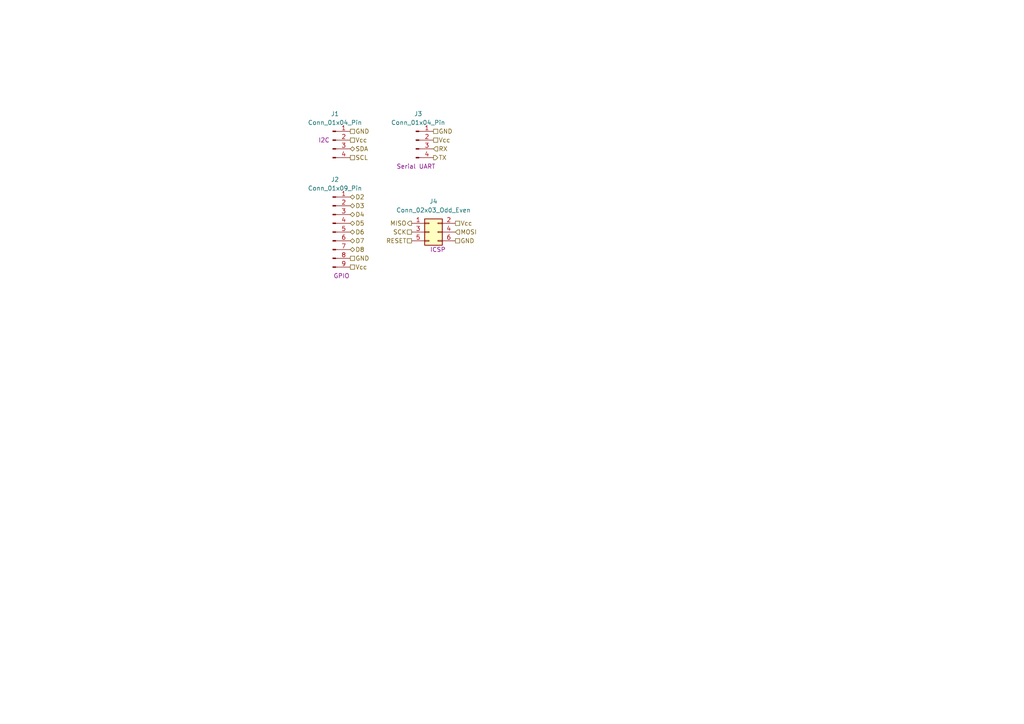
<source format=kicad_sch>
(kicad_sch (version 20250114) (generator "eeschema") (generator_version "9.0")
  (paper "A4")
  (lib_symbols
    (symbol "Connector:Conn_01x04_Pin" (pin_names (offset 1.016) (hide yes))
      (property "Reference" "J" (at 0 5.08 0))
      (property "Value" "Conn_01x04_Pin" (at 0 -7.62 0))
      (symbol "Conn_01x04_Pin_1_1"
        (rectangle (start 0.8636 2.667) (end 0 2.413) (stroke (width 0.1524)) (fill (type outline)))
        (rectangle (start 0.8636 0.127) (end 0 -0.127) (stroke (width 0.1524)) (fill (type outline)))
        (rectangle (start 0.8636 -2.413) (end 0 -2.667) (stroke (width 0.1524)) (fill (type outline)))
        (rectangle (start 0.8636 -4.953) (end 0 -5.207) (stroke (width 0.1524)) (fill (type outline)))
        (polyline (pts (xy 1.27 2.54) (xy 0.8636 2.54)) (stroke (width 0.1524)))
        (polyline (pts (xy 1.27 0) (xy 0.8636 0)) (stroke (width 0.1524)))
        (polyline (pts (xy 1.27 -2.54) (xy 0.8636 -2.54)) (stroke (width 0.1524)))
        (polyline (pts (xy 1.27 -5.08) (xy 0.8636 -5.08)) (stroke (width 0.1524)))
        (pin passive line (at 5.08 2.54 180) (length 3.81) (name "Pin_1") (number "1"))
        (pin passive line (at 5.08 0 180) (length 3.81) (name "Pin_2") (number "2"))
        (pin passive line (at 5.08 -2.54 180) (length 3.81) (name "Pin_3") (number "3"))
        (pin passive line (at 5.08 -5.08 180) (length 3.81) (name "Pin_4") (number "4"))
      )
    )
    (symbol "Connector:Conn_01x09_Pin" (pin_names (offset 1.016) (hide yes))
      (property "Reference" "J" (at 0 12.7 0))
      (property "Value" "Conn_01x09_Pin" (at 0 -12.7 0))
      (symbol "Conn_01x09_Pin_1_1"
        (rectangle (start 0.8636 10.287) (end 0 10.033) (stroke (width 0.1524)) (fill (type outline)))
        (rectangle (start 0.8636 7.747) (end 0 7.493) (stroke (width 0.1524)) (fill (type outline)))
        (rectangle (start 0.8636 5.207) (end 0 4.953) (stroke (width 0.1524)) (fill (type outline)))
        (rectangle (start 0.8636 2.667) (end 0 2.413) (stroke (width 0.1524)) (fill (type outline)))
        (rectangle (start 0.8636 0.127) (end 0 -0.127) (stroke (width 0.1524)) (fill (type outline)))
        (rectangle (start 0.8636 -2.413) (end 0 -2.667) (stroke (width 0.1524)) (fill (type outline)))
        (rectangle (start 0.8636 -4.953) (end 0 -5.207) (stroke (width 0.1524)) (fill (type outline)))
        (rectangle (start 0.8636 -7.493) (end 0 -7.747) (stroke (width 0.1524)) (fill (type outline)))
        (rectangle (start 0.8636 -10.033) (end 0 -10.287) (stroke (width 0.1524)) (fill (type outline)))
        (polyline (pts (xy 1.27 10.16) (xy 0.8636 10.16)) (stroke (width 0.1524)))
        (polyline (pts (xy 1.27 7.62) (xy 0.8636 7.62)) (stroke (width 0.1524)))
        (polyline (pts (xy 1.27 5.08) (xy 0.8636 5.08)) (stroke (width 0.1524)))
        (polyline (pts (xy 1.27 2.54) (xy 0.8636 2.54)) (stroke (width 0.1524)))
        (polyline (pts (xy 1.27 0) (xy 0.8636 0)) (stroke (width 0.1524)))
        (polyline (pts (xy 1.27 -2.54) (xy 0.8636 -2.54)) (stroke (width 0.1524)))
        (polyline (pts (xy 1.27 -5.08) (xy 0.8636 -5.08)) (stroke (width 0.1524)))
        (polyline (pts (xy 1.27 -7.62) (xy 0.8636 -7.62)) (stroke (width 0.1524)))
        (polyline (pts (xy 1.27 -10.16) (xy 0.8636 -10.16)) (stroke (width 0.1524)))
        (pin passive line (at 5.08 10.16 180) (length 3.81) (name "Pin_1") (number "1"))
        (pin passive line (at 5.08 7.62 180) (length 3.81) (name "Pin_2") (number "2"))
        (pin passive line (at 5.08 5.08 180) (length 3.81) (name "Pin_3") (number "3"))
        (pin passive line (at 5.08 2.54 180) (length 3.81) (name "Pin_4") (number "4"))
        (pin passive line (at 5.08 0 180) (length 3.81) (name "Pin_5") (number "5"))
        (pin passive line (at 5.08 -2.54 180) (length 3.81) (name "Pin_6") (number "6"))
        (pin passive line (at 5.08 -5.08 180) (length 3.81) (name "Pin_7") (number "7"))
        (pin passive line (at 5.08 -7.62 180) (length 3.81) (name "Pin_8") (number "8"))
        (pin passive line (at 5.08 -10.16 180) (length 3.81) (name "Pin_9") (number "9"))
      )
    )
    (symbol "Connector_Generic:Conn_02x03_Odd_Even" (pin_names (offset 1.016) (hide yes))
      (property "Reference" "J" (at 1.27 5.08 0))
      (property "Value" "Conn_02x03_Odd_Even" (at 1.27 -5.08 0))
      (symbol "Conn_02x03_Odd_Even_1_1"
        (rectangle (start -1.27 3.81) (end 3.81 -3.81) (stroke (width 0.254)) (fill (type background)))
        (rectangle (start -1.27 2.667) (end 0 2.413) (stroke (width 0.1524)))
        (rectangle (start -1.27 0.127) (end 0 -0.127) (stroke (width 0.1524)))
        (rectangle (start -1.27 -2.413) (end 0 -2.667) (stroke (width 0.1524)))
        (rectangle (start 3.81 2.667) (end 2.54 2.413) (stroke (width 0.1524)))
        (rectangle (start 3.81 0.127) (end 2.54 -0.127) (stroke (width 0.1524)))
        (rectangle (start 3.81 -2.413) (end 2.54 -2.667) (stroke (width 0.1524)))
        (pin passive line (at -5.08 2.54 0) (length 3.81) (name "Pin_1") (number "1"))
        (pin passive line (at -5.08 0 0) (length 3.81) (name "Pin_3") (number "3"))
        (pin passive line (at -5.08 -2.54 0) (length 3.81) (name "Pin_5") (number "5"))
        (pin passive line (at 7.62 2.54 180) (length 3.81) (name "Pin_2") (number "2"))
        (pin passive line (at 7.62 0 180) (length 3.81) (name "Pin_4") (number "4"))
        (pin passive line (at 7.62 -2.54 180) (length 3.81) (name "Pin_6") (number "6"))
      )
    )
  )
  (hierarchical_label "D6" (shape bidirectional) (at 101.6 67.31 0))
  (hierarchical_label "GND" (shape passive) (at 101.6 74.93 0))
  (hierarchical_label "SCK" (shape passive) (at 119.38 67.31 180))
  (hierarchical_label "Vcc" (shape passive) (at 132.08 64.77 0))
  (hierarchical_label "RESET" (shape passive) (at 119.38 69.85 180))
  (hierarchical_label "MISO" (shape output) (at 119.38 64.77 180))
  (hierarchical_label "D2" (shape bidirectional) (at 101.6 57.15 0))
  (hierarchical_label "SDA" (shape bidirectional) (at 101.6 43.18 0))
  (hierarchical_label "GND" (shape passive) (at 101.6 38.1 0))
  (hierarchical_label "MOSI" (shape input) (at 132.08 67.31 0))
  (hierarchical_label "D4" (shape bidirectional) (at 101.6 62.23 0))
  (hierarchical_label "TX" (shape output) (at 125.73 45.72 0))
  (hierarchical_label "D7" (shape bidirectional) (at 101.6 69.85 0))
  (hierarchical_label "Vcc" (shape passive) (at 101.6 77.47 0))
  (hierarchical_label "GND" (shape passive) (at 132.08 69.85 0))
  (hierarchical_label "D5" (shape bidirectional) (at 101.6 64.77 0))
  (hierarchical_label "Vcc" (shape passive) (at 125.73 40.64 0))
  (hierarchical_label "D8" (shape bidirectional) (at 101.6 72.39 0))
  (hierarchical_label "Vcc" (shape passive) (at 101.6 40.64 0))
  (hierarchical_label "RX" (shape input) (at 125.73 43.18 0))
  (hierarchical_label "SCL" (shape passive) (at 101.6 45.72 0))
  (hierarchical_label "GND" (shape passive) (at 125.73 38.1 0))
  (hierarchical_label "D3" (shape bidirectional) (at 101.6 59.69 0))
  (symbol (lib_id "Connector_Generic:Conn_02x03_Odd_Even") (at 124.46 67.31 0) (unit 1)
    (property "Reference" "J4" (at 125.73 58.42 0))
    (property "Value" "Conn_02x03_Odd_Even" (at 125.73 60.96 0))
    (property "Footprint" "Connector_PinHeader_2.54mm:PinHeader_2x03_P2.54mm_Vertical" (effects (hide yes)))
    (property "Description" "Generic connector, double row, 02x03, odd/even pin numbering scheme (row 1 odd numbers, row 2 even numbers), script generated (kicad-library-utils/schlib/autogen/connector/)" (effects (hide yes)))
    (property "Purpose" "ICSP" (at 127 72.39 0))
  )
  (symbol (lib_id "Connector:Conn_01x04_Pin") (at 120.65 40.64 0) (unit 1)
    (property "Reference" "J3" (at 121.285 33.02 0))
    (property "Value" "Conn_01x04_Pin" (at 121.285 35.56 0))
    (property "Footprint" "Connector_PinHeader_2.54mm:PinHeader_1x04_P2.54mm_Vertical" (effects (hide yes)))
    (property "Description" "Generic connector, single row, 01x04, script generated" (effects (hide yes)))
    (property "Purpose" "Serial UART" (at 120.65 48.26 0))
  )
  (symbol (lib_id "Connector:Conn_01x09_Pin") (at 96.52 67.31 0) (unit 1)
    (property "Reference" "J2" (at 97.155 52.07 0))
    (property "Value" "Conn_01x09_Pin" (at 97.155 54.61 0))
    (property "Footprint" "Connector_PinHeader_2.54mm:PinHeader_1x09_P2.54mm_Vertical" (effects (hide yes)))
    (property "Description" "Generic connector, single row, 01x09, script generated" (effects (hide yes)))
    (property "Purpose" "GPIO" (at 99.06 80.01 0))
  )
  (symbol (lib_id "Connector:Conn_01x04_Pin") (at 96.52 40.64 0) (unit 1)
    (property "Reference" "J1" (at 97.155 33.02 0))
    (property "Value" "Conn_01x04_Pin" (at 97.155 35.56 0))
    (property "Footprint" "Connector_PinHeader_2.54mm:PinHeader_1x04_P2.54mm_Vertical" (effects (hide yes)))
    (property "Description" "Generic connector, single row, 01x04, script generated" (effects (hide yes)))
    (property "Purpose" "I2C" (at 93.98 40.64 0))
  )
)
</source>
